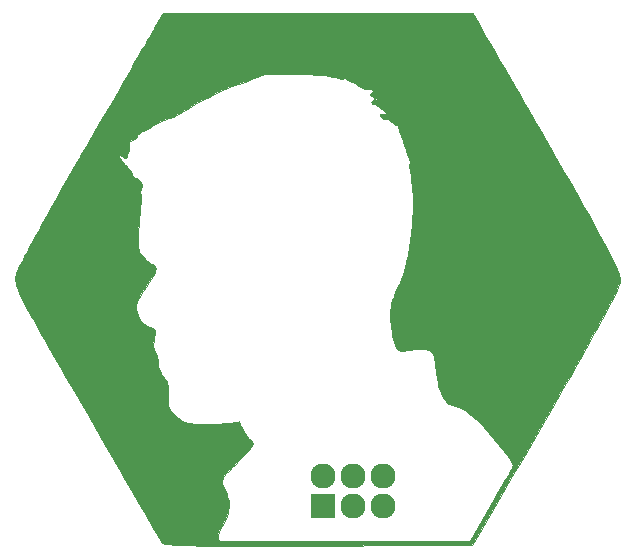
<source format=gbr>
G04 #@! TF.GenerationSoftware,KiCad,Pcbnew,(5.1.5)-3*
G04 #@! TF.CreationDate,2020-08-07T09:29:16-05:00*
G04 #@! TF.ProjectId,matt_damon,6d617474-5f64-4616-9d6f-6e2e6b696361,rev?*
G04 #@! TF.SameCoordinates,Original*
G04 #@! TF.FileFunction,Soldermask,Top*
G04 #@! TF.FilePolarity,Negative*
%FSLAX46Y46*%
G04 Gerber Fmt 4.6, Leading zero omitted, Abs format (unit mm)*
G04 Created by KiCad (PCBNEW (5.1.5)-3) date 2020-08-07 09:29:16*
%MOMM*%
%LPD*%
G04 APERTURE LIST*
%ADD10C,0.010000*%
%ADD11C,2.127200*%
%ADD12O,2.127200X2.127200*%
%ADD13R,2.127200X2.127200*%
G04 APERTURE END LIST*
D10*
G36*
X-899991Y35896916D02*
G01*
X230185Y35896751D01*
X1282838Y35896429D01*
X2260351Y35895940D01*
X3165104Y35895274D01*
X3999480Y35894424D01*
X4765860Y35893378D01*
X5466626Y35892128D01*
X6104159Y35890666D01*
X6680840Y35888980D01*
X7199051Y35887063D01*
X7661173Y35884905D01*
X8069589Y35882497D01*
X8426679Y35879829D01*
X8734825Y35876892D01*
X8996409Y35873677D01*
X9213811Y35870175D01*
X9389414Y35866377D01*
X9525600Y35862272D01*
X9624748Y35857852D01*
X9689242Y35853108D01*
X9721462Y35848031D01*
X9725982Y35845750D01*
X9752858Y35802191D01*
X9819404Y35690097D01*
X9922868Y35514204D01*
X10060499Y35279251D01*
X10229545Y34989974D01*
X10427255Y34651111D01*
X10650876Y34267398D01*
X10897657Y33843572D01*
X11164847Y33384372D01*
X11449692Y32894533D01*
X11749443Y32378794D01*
X12061347Y31841890D01*
X12382652Y31288560D01*
X12710607Y30723541D01*
X13042460Y30151569D01*
X13375460Y29577382D01*
X13706854Y29005717D01*
X14033891Y28441311D01*
X14353819Y27888901D01*
X14663887Y27353224D01*
X14961342Y26839018D01*
X15243434Y26351020D01*
X15507410Y25893966D01*
X15609257Y25717500D01*
X16281771Y24550417D01*
X16911701Y23453934D01*
X17500116Y22426102D01*
X18048086Y21464976D01*
X18556678Y20568609D01*
X19026963Y19735053D01*
X19460008Y18962363D01*
X19856884Y18248591D01*
X20218658Y17591791D01*
X20546400Y16990016D01*
X20841179Y16441318D01*
X21104064Y15943752D01*
X21336123Y15495371D01*
X21538426Y15094227D01*
X21712041Y14738374D01*
X21858038Y14425866D01*
X21977485Y14154755D01*
X22036378Y14012333D01*
X22110183Y13816494D01*
X22163260Y13638109D01*
X22193469Y13467601D01*
X22198668Y13295397D01*
X22176717Y13111920D01*
X22125474Y12907595D01*
X22042798Y12672846D01*
X21926549Y12398100D01*
X21774584Y12073780D01*
X21584763Y11690311D01*
X21463676Y11451166D01*
X21303299Y11139463D01*
X21122204Y10794103D01*
X20919396Y10413340D01*
X20693881Y9995430D01*
X20444663Y9538627D01*
X20170749Y9041186D01*
X19871144Y8501361D01*
X19544853Y7917408D01*
X19190882Y7287581D01*
X18808235Y6610136D01*
X18395918Y5883326D01*
X17952937Y5105407D01*
X17478297Y4274633D01*
X16971004Y3389260D01*
X16430062Y2447541D01*
X15854477Y1447733D01*
X15243255Y388089D01*
X14595400Y-733135D01*
X13909919Y-1917686D01*
X13185816Y-3167307D01*
X12422097Y-4483744D01*
X11617768Y-5868743D01*
X10771833Y-7324048D01*
X10350958Y-8047662D01*
X9720454Y-9131491D01*
X8723144Y-9158592D01*
X8555122Y-9162013D01*
X8308820Y-9165348D01*
X7988747Y-9168593D01*
X7599415Y-9171742D01*
X7145332Y-9174790D01*
X6631009Y-9177732D01*
X6060955Y-9180561D01*
X5439681Y-9183273D01*
X4771695Y-9185862D01*
X4061509Y-9188323D01*
X3313632Y-9190651D01*
X2532573Y-9192840D01*
X1722843Y-9194885D01*
X888952Y-9196780D01*
X35409Y-9198521D01*
X-833275Y-9200101D01*
X-1712591Y-9201515D01*
X-2598029Y-9202758D01*
X-3485079Y-9203826D01*
X-4369230Y-9204711D01*
X-5245975Y-9205409D01*
X-6110801Y-9205915D01*
X-6959200Y-9206223D01*
X-7786661Y-9206328D01*
X-8588675Y-9206224D01*
X-9360731Y-9205906D01*
X-10098321Y-9205369D01*
X-10796933Y-9204607D01*
X-11452059Y-9203616D01*
X-12059188Y-9202389D01*
X-12613810Y-9200921D01*
X-13111415Y-9199207D01*
X-13547494Y-9197241D01*
X-13917537Y-9195019D01*
X-14217033Y-9192535D01*
X-14441473Y-9189782D01*
X-14586347Y-9186757D01*
X-14599184Y-9186341D01*
X-15121648Y-9164769D01*
X-15563143Y-9139010D01*
X-15922880Y-9109139D01*
X-16200070Y-9075228D01*
X-16393927Y-9037350D01*
X-16467666Y-9013675D01*
X-16549652Y-8953615D01*
X-16643831Y-8847082D01*
X-16695753Y-8771506D01*
X-16767028Y-8653171D01*
X-16878167Y-8465479D01*
X-17026836Y-8212475D01*
X-17210700Y-7898203D01*
X-17427426Y-7526708D01*
X-17674677Y-7102033D01*
X-17950121Y-6628223D01*
X-18251421Y-6109322D01*
X-18576244Y-5549374D01*
X-18922255Y-4952424D01*
X-19287119Y-4322516D01*
X-19668502Y-3663695D01*
X-20064069Y-2980003D01*
X-20471485Y-2275487D01*
X-20888417Y-1554189D01*
X-21312529Y-820155D01*
X-21741487Y-77428D01*
X-22172956Y669947D01*
X-22604602Y1417925D01*
X-23034090Y2162464D01*
X-23459086Y2899518D01*
X-23877254Y3625043D01*
X-24286261Y4334994D01*
X-24683772Y5025329D01*
X-25067452Y5692001D01*
X-25434966Y6330968D01*
X-25783980Y6938184D01*
X-26112160Y7509606D01*
X-26417171Y8041189D01*
X-26696678Y8528888D01*
X-26948347Y8968661D01*
X-27169842Y9356462D01*
X-27358831Y9688247D01*
X-27512977Y9959971D01*
X-27629947Y10167592D01*
X-27672965Y10244666D01*
X-27985759Y10816389D01*
X-28252413Y11323083D01*
X-28474909Y11769380D01*
X-28655227Y12159915D01*
X-28795347Y12499322D01*
X-28897252Y12792232D01*
X-28962922Y13043279D01*
X-28994338Y13257097D01*
X-28997831Y13343370D01*
X-28991853Y13434915D01*
X-28972746Y13544512D01*
X-28939382Y13674235D01*
X-28890633Y13826160D01*
X-28825370Y14002361D01*
X-28742465Y14204914D01*
X-28640789Y14435892D01*
X-28519214Y14697371D01*
X-28376612Y14991426D01*
X-28211854Y15320132D01*
X-28023812Y15685564D01*
X-27811357Y16089796D01*
X-27573362Y16534903D01*
X-27308697Y17022960D01*
X-27016235Y17556043D01*
X-26694847Y18136225D01*
X-26343405Y18765582D01*
X-25960779Y19446189D01*
X-25545843Y20180120D01*
X-25097467Y20969451D01*
X-24614523Y21816256D01*
X-24095883Y22722610D01*
X-23540418Y23690588D01*
X-23388249Y23955141D01*
X-20270172Y23955141D01*
X-20232498Y23823782D01*
X-20189611Y23710925D01*
X-20118992Y23586252D01*
X-20012493Y23438619D01*
X-19861964Y23256885D01*
X-19659257Y23029908D01*
X-19622861Y22990198D01*
X-19424734Y22768595D01*
X-19283128Y22595055D01*
X-19191858Y22460745D01*
X-19144745Y22356833D01*
X-19134666Y22292706D01*
X-19101632Y22218985D01*
X-19069660Y22192828D01*
X-19012317Y22127800D01*
X-18971435Y22031974D01*
X-18938119Y21950766D01*
X-18876525Y21907549D01*
X-18758854Y21883182D01*
X-18754449Y21882580D01*
X-18565525Y21816375D01*
X-18413228Y21679286D01*
X-18306817Y21480550D01*
X-18286743Y21415998D01*
X-18261536Y21280795D01*
X-18274176Y21161238D01*
X-18310528Y21051376D01*
X-18364628Y20935448D01*
X-18419377Y20857214D01*
X-18440255Y20841740D01*
X-18475390Y20813401D01*
X-18454908Y20758455D01*
X-18435558Y20729618D01*
X-18402627Y20637524D01*
X-18383029Y20473230D01*
X-18376834Y20235218D01*
X-18384113Y19921970D01*
X-18404936Y19531969D01*
X-18439374Y19063696D01*
X-18487498Y18515633D01*
X-18549379Y17886264D01*
X-18582557Y17568333D01*
X-18614135Y17169153D01*
X-18624617Y16780908D01*
X-18614879Y16417414D01*
X-18585794Y16092488D01*
X-18538238Y15819946D01*
X-18473086Y15613603D01*
X-18456582Y15578666D01*
X-18387748Y15483544D01*
X-18263877Y15350315D01*
X-18098137Y15191042D01*
X-17903693Y15017789D01*
X-17693711Y14842617D01*
X-17481358Y14677589D01*
X-17438541Y14645970D01*
X-17282437Y14531230D01*
X-17182724Y14451900D01*
X-17127994Y14392676D01*
X-17106840Y14338255D01*
X-17107855Y14273335D01*
X-17115718Y14212911D01*
X-17139987Y14098949D01*
X-17187003Y13965719D01*
X-17261144Y13805164D01*
X-17366784Y13609227D01*
X-17508300Y13369853D01*
X-17690068Y13078985D01*
X-17916465Y12728566D01*
X-17948999Y12678833D01*
X-18163652Y12348456D01*
X-18335290Y12077198D01*
X-18469391Y11854774D01*
X-18571432Y11670898D01*
X-18646893Y11515286D01*
X-18701249Y11377653D01*
X-18739980Y11247714D01*
X-18761060Y11154180D01*
X-18781454Y10845265D01*
X-18725822Y10530734D01*
X-18601043Y10222131D01*
X-18414001Y9931003D01*
X-18171576Y9668896D01*
X-17880651Y9447354D01*
X-17676245Y9334137D01*
X-17524161Y9264550D01*
X-17396471Y9212580D01*
X-17316074Y9187381D01*
X-17306461Y9186333D01*
X-17242475Y9152422D01*
X-17187634Y9081063D01*
X-17167440Y9029427D01*
X-17158109Y8959987D01*
X-17160436Y8858775D01*
X-17175217Y8711824D01*
X-17203245Y8505168D01*
X-17231010Y8318574D01*
X-17330724Y7661356D01*
X-17232822Y7439595D01*
X-17122304Y7187691D01*
X-17041439Y6995320D01*
X-16985364Y6844703D01*
X-16949216Y6718063D01*
X-16928130Y6597620D01*
X-16917244Y6465598D01*
X-16911692Y6304216D01*
X-16910682Y6262074D01*
X-16902005Y6047445D01*
X-16882242Y5875078D01*
X-16843746Y5724312D01*
X-16778870Y5574485D01*
X-16679966Y5404936D01*
X-16539386Y5195003D01*
X-16488833Y5122333D01*
X-16354308Y4929506D01*
X-16251769Y4775061D01*
X-16177057Y4642960D01*
X-16126013Y4517164D01*
X-16094476Y4381636D01*
X-16078289Y4220336D01*
X-16073290Y4017228D01*
X-16075322Y3756271D01*
X-16078557Y3540319D01*
X-16091614Y2656804D01*
X-15976200Y2418485D01*
X-15813915Y2160107D01*
X-15584666Y1903019D01*
X-15305230Y1661023D01*
X-14992380Y1447917D01*
X-14662893Y1277502D01*
X-14520333Y1220806D01*
X-14446901Y1195173D01*
X-14377274Y1174409D01*
X-14301963Y1158013D01*
X-14211476Y1145486D01*
X-14096324Y1136325D01*
X-13947014Y1130032D01*
X-13754057Y1126104D01*
X-13507962Y1124042D01*
X-13199239Y1123345D01*
X-12818396Y1123512D01*
X-12678833Y1123667D01*
X-12262587Y1124524D01*
X-11919846Y1126366D01*
X-11639446Y1129703D01*
X-11410227Y1135045D01*
X-11221028Y1142900D01*
X-11060687Y1153778D01*
X-10918043Y1168190D01*
X-10781933Y1186645D01*
X-10641198Y1209652D01*
X-10587115Y1219171D01*
X-10388222Y1253740D01*
X-10222823Y1280794D01*
X-10106867Y1297849D01*
X-10056302Y1302419D01*
X-10055381Y1302004D01*
X-10036507Y1261219D01*
X-9991122Y1160759D01*
X-9927186Y1018281D01*
X-9888304Y931333D01*
X-9725134Y589152D01*
X-9566650Y309910D01*
X-9399821Y73753D01*
X-9211617Y-139170D01*
X-9137420Y-212709D01*
X-8850242Y-488918D01*
X-9069430Y-868876D01*
X-9135816Y-979689D01*
X-9205691Y-1084985D01*
X-9286537Y-1193176D01*
X-9385837Y-1312678D01*
X-9511071Y-1451902D01*
X-9669722Y-1619265D01*
X-9869272Y-1823178D01*
X-10117203Y-2072056D01*
X-10310772Y-2264834D01*
X-10627575Y-2582708D01*
X-10896609Y-2858889D01*
X-11114820Y-3090089D01*
X-11279152Y-3273020D01*
X-11386551Y-3404393D01*
X-11428120Y-3467541D01*
X-11487963Y-3625211D01*
X-11499538Y-3784524D01*
X-11460637Y-3964699D01*
X-11369047Y-4184958D01*
X-11338462Y-4246944D01*
X-11237351Y-4462926D01*
X-11151017Y-4676870D01*
X-11086967Y-4867721D01*
X-11052705Y-5014425D01*
X-11049000Y-5058983D01*
X-11021920Y-5158444D01*
X-10965590Y-5247884D01*
X-10912454Y-5315730D01*
X-10878089Y-5384799D01*
X-10861995Y-5470226D01*
X-10863672Y-5587149D01*
X-10882620Y-5750703D01*
X-10918341Y-5976024D01*
X-10937781Y-6090141D01*
X-11003235Y-6428297D01*
X-11076764Y-6707846D01*
X-11168185Y-6954830D01*
X-11287318Y-7195290D01*
X-11443980Y-7455269D01*
X-11464347Y-7486827D01*
X-11637886Y-7784510D01*
X-11747368Y-8048974D01*
X-11797961Y-8295753D01*
X-11799268Y-8493998D01*
X-11784122Y-8639362D01*
X-11765268Y-8752393D01*
X-11750180Y-8800998D01*
X-11721160Y-8806317D01*
X-11639710Y-8811217D01*
X-11503984Y-8815705D01*
X-11312138Y-8819786D01*
X-11062328Y-8823466D01*
X-10752710Y-8826753D01*
X-10381439Y-8829651D01*
X-9946671Y-8832169D01*
X-9446563Y-8834310D01*
X-8879269Y-8836083D01*
X-8242946Y-8837493D01*
X-7535748Y-8838547D01*
X-6755833Y-8839250D01*
X-5901355Y-8839610D01*
X-4970471Y-8839632D01*
X-3961336Y-8839322D01*
X-2872105Y-8838687D01*
X-1700936Y-8837734D01*
X-1111019Y-8837167D01*
X9499195Y-8826500D01*
X11216489Y-5863167D01*
X11486327Y-5396653D01*
X11746009Y-4945981D01*
X11992063Y-4517280D01*
X12221017Y-4116678D01*
X12429397Y-3750306D01*
X12613730Y-3424293D01*
X12770545Y-3144767D01*
X12896367Y-2917858D01*
X12987725Y-2749695D01*
X13041146Y-2646408D01*
X13050247Y-2626695D01*
X13166712Y-2353557D01*
X12968803Y-2055195D01*
X12621902Y-1554539D01*
X12235631Y-1036616D01*
X11820276Y-513094D01*
X11386125Y4356D01*
X10943465Y504067D01*
X10502582Y974367D01*
X10073764Y1403589D01*
X9667298Y1780063D01*
X9356850Y2042059D01*
X9052297Y2270034D01*
X8781783Y2436678D01*
X8530479Y2549799D01*
X8283557Y2617206D01*
X8255000Y2622341D01*
X7981110Y2679531D01*
X7766098Y2754175D01*
X7593977Y2859098D01*
X7448765Y3007123D01*
X7314477Y3211075D01*
X7175128Y3483779D01*
X7171362Y3491756D01*
X7032242Y3801905D01*
X6920686Y4089557D01*
X6831531Y4374588D01*
X6759616Y4676871D01*
X6699777Y5016279D01*
X6646853Y5412688D01*
X6626865Y5588000D01*
X6578942Y6005830D01*
X6533866Y6348069D01*
X6488504Y6623578D01*
X6439726Y6841222D01*
X6384401Y7009864D01*
X6319398Y7138366D01*
X6241584Y7235593D01*
X6147830Y7310407D01*
X6035004Y7371672D01*
X5989589Y7391915D01*
X5807960Y7439773D01*
X5551055Y7461543D01*
X5224114Y7457311D01*
X4832379Y7427163D01*
X4381092Y7371187D01*
X4335727Y7364590D01*
X4077058Y7327407D01*
X3886735Y7303079D01*
X3749530Y7290911D01*
X3650215Y7290207D01*
X3573559Y7300274D01*
X3504334Y7320415D01*
X3489060Y7325955D01*
X3387180Y7380155D01*
X3298480Y7467283D01*
X3219082Y7596303D01*
X3145109Y7776177D01*
X3072682Y8015868D01*
X2997924Y8324339D01*
X2940557Y8593666D01*
X2872429Y8946092D01*
X2824107Y9248615D01*
X2791600Y9532590D01*
X2770919Y9829368D01*
X2764282Y9978698D01*
X2756690Y10340186D01*
X2766010Y10662106D01*
X2795939Y10960725D01*
X2850178Y11252308D01*
X2932426Y11553123D01*
X3046382Y11879435D01*
X3195747Y12247512D01*
X3370129Y12642561D01*
X3541703Y13030264D01*
X3681171Y13369276D01*
X3797195Y13685111D01*
X3898435Y14003285D01*
X3993553Y14349312D01*
X4091211Y14748706D01*
X4104640Y14806285D01*
X4238367Y15417525D01*
X4351148Y16014267D01*
X4445395Y16614570D01*
X4523525Y17236492D01*
X4587951Y17898094D01*
X4641089Y18617434D01*
X4662917Y18981803D01*
X4687651Y19710052D01*
X4675448Y20397722D01*
X4624582Y21081234D01*
X4533329Y21797005D01*
X4527879Y21832963D01*
X4474102Y22185626D01*
X4432170Y22464078D01*
X4401289Y22677829D01*
X4380666Y22836385D01*
X4369506Y22949256D01*
X4367018Y23025948D01*
X4372408Y23075970D01*
X4384882Y23108830D01*
X4403647Y23134036D01*
X4418000Y23149888D01*
X4461949Y23207956D01*
X4464148Y23262598D01*
X4423179Y23347784D01*
X4408666Y23373239D01*
X4334223Y23529206D01*
X4253424Y23742111D01*
X4175419Y23985657D01*
X4109354Y24233546D01*
X4109291Y24233815D01*
X4075073Y24348063D01*
X4014626Y24519876D01*
X3935420Y24729147D01*
X3844923Y24955769D01*
X3808001Y25044944D01*
X3715090Y25274542D01*
X3630961Y25496467D01*
X3563062Y25690047D01*
X3518842Y25834613D01*
X3509783Y25872462D01*
X3476771Y26033909D01*
X3445639Y26187574D01*
X3433791Y26246666D01*
X3405777Y26345404D01*
X3360318Y26382110D01*
X3288776Y26381107D01*
X3219554Y26385827D01*
X3140648Y26423202D01*
X3036494Y26503259D01*
X2891530Y26636021D01*
X2888389Y26639014D01*
X2751607Y26766899D01*
X2655905Y26845583D01*
X2582386Y26885626D01*
X2512155Y26897589D01*
X2434167Y26892867D01*
X2312983Y26892174D01*
X2206119Y26927851D01*
X2082313Y27007529D01*
X1971635Y27097115D01*
X1920193Y27169882D01*
X1912374Y27248579D01*
X1912979Y27254235D01*
X1922787Y27311656D01*
X1947969Y27345335D01*
X2006835Y27361159D01*
X2117695Y27365014D01*
X2252800Y27363489D01*
X2579433Y27358477D01*
X2252800Y27590406D01*
X2072997Y27719839D01*
X1886022Y27857280D01*
X1725661Y27977827D01*
X1691636Y28003996D01*
X1547699Y28106941D01*
X1443369Y28158119D01*
X1359285Y28166521D01*
X1346133Y28164443D01*
X1248256Y28168045D01*
X1184845Y28237247D01*
X1184762Y28237401D01*
X1158155Y28317814D01*
X1184577Y28395647D01*
X1216970Y28442703D01*
X1307369Y28529616D01*
X1420495Y28567211D01*
X1567425Y28554654D01*
X1759239Y28491112D01*
X1989588Y28384539D01*
X2155752Y28304314D01*
X2295202Y28242985D01*
X2390002Y28208099D01*
X2420077Y28203414D01*
X2409118Y28228179D01*
X2335902Y28280558D01*
X2215066Y28352724D01*
X2061246Y28436850D01*
X1889078Y28525107D01*
X1713197Y28609670D01*
X1548239Y28682710D01*
X1453010Y28720598D01*
X1300002Y28782830D01*
X1175950Y28842620D01*
X1104724Y28888304D01*
X1100264Y28892985D01*
X1063271Y28991216D01*
X1107560Y29092090D01*
X1228026Y29187688D01*
X1375834Y29273500D01*
X1289860Y29358166D01*
X1221054Y29407983D01*
X1129101Y29430359D01*
X985984Y29431362D01*
X958005Y29430025D01*
X802477Y29434848D01*
X640555Y29469433D01*
X458087Y29539411D01*
X240919Y29650413D01*
X-25103Y29808070D01*
X-83053Y29844213D01*
X-240607Y29935534D01*
X-394068Y30011985D01*
X-511020Y30057464D01*
X-513920Y30058261D01*
X-637147Y30106160D01*
X-788188Y30184738D01*
X-889553Y30247539D01*
X-1018338Y30328526D01*
X-1103415Y30363664D01*
X-1166975Y30360265D01*
X-1194577Y30348053D01*
X-1296909Y30322369D01*
X-1450805Y30330903D01*
X-1664336Y30374809D01*
X-1945568Y30455242D01*
X-1947333Y30455792D01*
X-2138720Y30506056D01*
X-2373489Y30554106D01*
X-2610559Y30591871D01*
X-2688166Y30601352D01*
X-3072686Y30638060D01*
X-3515849Y30671012D01*
X-4001908Y30699733D01*
X-4515115Y30723746D01*
X-5039722Y30742576D01*
X-5559984Y30755747D01*
X-6060151Y30762782D01*
X-6524477Y30763206D01*
X-6937214Y30756543D01*
X-7282615Y30742317D01*
X-7305673Y30740912D01*
X-7564313Y30723909D01*
X-7758373Y30707525D01*
X-7907820Y30687845D01*
X-8032618Y30660949D01*
X-8152733Y30622920D01*
X-8288130Y30569839D01*
X-8385173Y30529066D01*
X-8557683Y30459041D01*
X-8788398Y30369925D01*
X-9055385Y30269951D01*
X-9336711Y30167350D01*
X-9567333Y30085410D01*
X-10667005Y29677309D01*
X-11685658Y29251777D01*
X-12625326Y28807843D01*
X-13488042Y28344533D01*
X-14275839Y27860876D01*
X-14422100Y27763300D01*
X-15014188Y27407345D01*
X-15666937Y27097847D01*
X-16002000Y26966294D01*
X-16418560Y26802914D01*
X-16805661Y26631012D01*
X-17142434Y26460194D01*
X-17304037Y26366897D01*
X-17464589Y26273244D01*
X-17666843Y26161677D01*
X-17876252Y26051083D01*
X-17956048Y26010461D01*
X-18250397Y25856923D01*
X-18466074Y25731383D01*
X-18604075Y25633189D01*
X-18665402Y25561688D01*
X-18669000Y25544902D01*
X-18706269Y25451026D01*
X-18809222Y25338921D01*
X-18964576Y25220901D01*
X-19113771Y25132560D01*
X-19367500Y24997833D01*
X-19379521Y24542211D01*
X-19387195Y24332915D01*
X-19398846Y24192696D01*
X-19417126Y24105977D01*
X-19444690Y24057178D01*
X-19464922Y24040762D01*
X-19515493Y23978472D01*
X-19525490Y23867003D01*
X-19522932Y23833773D01*
X-19520858Y23722925D01*
X-19549856Y23666692D01*
X-19596281Y23644452D01*
X-19706528Y23632794D01*
X-19833899Y23669790D01*
X-19994894Y23761339D01*
X-20072836Y23814864D01*
X-20270172Y23955141D01*
X-23388249Y23955141D01*
X-22947001Y24722265D01*
X-22314502Y25819716D01*
X-21641793Y26985016D01*
X-20927746Y28220239D01*
X-20587789Y28807833D01*
X-20241227Y29406718D01*
X-19895573Y30004066D01*
X-19554434Y30593642D01*
X-19221418Y31169211D01*
X-18900129Y31724539D01*
X-18594176Y32253392D01*
X-18307165Y32749535D01*
X-18042702Y33206733D01*
X-17804394Y33618752D01*
X-17595847Y33979358D01*
X-17420669Y34282315D01*
X-17282466Y34521390D01*
X-17227662Y34616226D01*
X-16488833Y35894953D01*
X-3402433Y35896810D01*
X-2110069Y35896932D01*
X-899991Y35896916D01*
G37*
X-899991Y35896916D02*
X230185Y35896751D01*
X1282838Y35896429D01*
X2260351Y35895940D01*
X3165104Y35895274D01*
X3999480Y35894424D01*
X4765860Y35893378D01*
X5466626Y35892128D01*
X6104159Y35890666D01*
X6680840Y35888980D01*
X7199051Y35887063D01*
X7661173Y35884905D01*
X8069589Y35882497D01*
X8426679Y35879829D01*
X8734825Y35876892D01*
X8996409Y35873677D01*
X9213811Y35870175D01*
X9389414Y35866377D01*
X9525600Y35862272D01*
X9624748Y35857852D01*
X9689242Y35853108D01*
X9721462Y35848031D01*
X9725982Y35845750D01*
X9752858Y35802191D01*
X9819404Y35690097D01*
X9922868Y35514204D01*
X10060499Y35279251D01*
X10229545Y34989974D01*
X10427255Y34651111D01*
X10650876Y34267398D01*
X10897657Y33843572D01*
X11164847Y33384372D01*
X11449692Y32894533D01*
X11749443Y32378794D01*
X12061347Y31841890D01*
X12382652Y31288560D01*
X12710607Y30723541D01*
X13042460Y30151569D01*
X13375460Y29577382D01*
X13706854Y29005717D01*
X14033891Y28441311D01*
X14353819Y27888901D01*
X14663887Y27353224D01*
X14961342Y26839018D01*
X15243434Y26351020D01*
X15507410Y25893966D01*
X15609257Y25717500D01*
X16281771Y24550417D01*
X16911701Y23453934D01*
X17500116Y22426102D01*
X18048086Y21464976D01*
X18556678Y20568609D01*
X19026963Y19735053D01*
X19460008Y18962363D01*
X19856884Y18248591D01*
X20218658Y17591791D01*
X20546400Y16990016D01*
X20841179Y16441318D01*
X21104064Y15943752D01*
X21336123Y15495371D01*
X21538426Y15094227D01*
X21712041Y14738374D01*
X21858038Y14425866D01*
X21977485Y14154755D01*
X22036378Y14012333D01*
X22110183Y13816494D01*
X22163260Y13638109D01*
X22193469Y13467601D01*
X22198668Y13295397D01*
X22176717Y13111920D01*
X22125474Y12907595D01*
X22042798Y12672846D01*
X21926549Y12398100D01*
X21774584Y12073780D01*
X21584763Y11690311D01*
X21463676Y11451166D01*
X21303299Y11139463D01*
X21122204Y10794103D01*
X20919396Y10413340D01*
X20693881Y9995430D01*
X20444663Y9538627D01*
X20170749Y9041186D01*
X19871144Y8501361D01*
X19544853Y7917408D01*
X19190882Y7287581D01*
X18808235Y6610136D01*
X18395918Y5883326D01*
X17952937Y5105407D01*
X17478297Y4274633D01*
X16971004Y3389260D01*
X16430062Y2447541D01*
X15854477Y1447733D01*
X15243255Y388089D01*
X14595400Y-733135D01*
X13909919Y-1917686D01*
X13185816Y-3167307D01*
X12422097Y-4483744D01*
X11617768Y-5868743D01*
X10771833Y-7324048D01*
X10350958Y-8047662D01*
X9720454Y-9131491D01*
X8723144Y-9158592D01*
X8555122Y-9162013D01*
X8308820Y-9165348D01*
X7988747Y-9168593D01*
X7599415Y-9171742D01*
X7145332Y-9174790D01*
X6631009Y-9177732D01*
X6060955Y-9180561D01*
X5439681Y-9183273D01*
X4771695Y-9185862D01*
X4061509Y-9188323D01*
X3313632Y-9190651D01*
X2532573Y-9192840D01*
X1722843Y-9194885D01*
X888952Y-9196780D01*
X35409Y-9198521D01*
X-833275Y-9200101D01*
X-1712591Y-9201515D01*
X-2598029Y-9202758D01*
X-3485079Y-9203826D01*
X-4369230Y-9204711D01*
X-5245975Y-9205409D01*
X-6110801Y-9205915D01*
X-6959200Y-9206223D01*
X-7786661Y-9206328D01*
X-8588675Y-9206224D01*
X-9360731Y-9205906D01*
X-10098321Y-9205369D01*
X-10796933Y-9204607D01*
X-11452059Y-9203616D01*
X-12059188Y-9202389D01*
X-12613810Y-9200921D01*
X-13111415Y-9199207D01*
X-13547494Y-9197241D01*
X-13917537Y-9195019D01*
X-14217033Y-9192535D01*
X-14441473Y-9189782D01*
X-14586347Y-9186757D01*
X-14599184Y-9186341D01*
X-15121648Y-9164769D01*
X-15563143Y-9139010D01*
X-15922880Y-9109139D01*
X-16200070Y-9075228D01*
X-16393927Y-9037350D01*
X-16467666Y-9013675D01*
X-16549652Y-8953615D01*
X-16643831Y-8847082D01*
X-16695753Y-8771506D01*
X-16767028Y-8653171D01*
X-16878167Y-8465479D01*
X-17026836Y-8212475D01*
X-17210700Y-7898203D01*
X-17427426Y-7526708D01*
X-17674677Y-7102033D01*
X-17950121Y-6628223D01*
X-18251421Y-6109322D01*
X-18576244Y-5549374D01*
X-18922255Y-4952424D01*
X-19287119Y-4322516D01*
X-19668502Y-3663695D01*
X-20064069Y-2980003D01*
X-20471485Y-2275487D01*
X-20888417Y-1554189D01*
X-21312529Y-820155D01*
X-21741487Y-77428D01*
X-22172956Y669947D01*
X-22604602Y1417925D01*
X-23034090Y2162464D01*
X-23459086Y2899518D01*
X-23877254Y3625043D01*
X-24286261Y4334994D01*
X-24683772Y5025329D01*
X-25067452Y5692001D01*
X-25434966Y6330968D01*
X-25783980Y6938184D01*
X-26112160Y7509606D01*
X-26417171Y8041189D01*
X-26696678Y8528888D01*
X-26948347Y8968661D01*
X-27169842Y9356462D01*
X-27358831Y9688247D01*
X-27512977Y9959971D01*
X-27629947Y10167592D01*
X-27672965Y10244666D01*
X-27985759Y10816389D01*
X-28252413Y11323083D01*
X-28474909Y11769380D01*
X-28655227Y12159915D01*
X-28795347Y12499322D01*
X-28897252Y12792232D01*
X-28962922Y13043279D01*
X-28994338Y13257097D01*
X-28997831Y13343370D01*
X-28991853Y13434915D01*
X-28972746Y13544512D01*
X-28939382Y13674235D01*
X-28890633Y13826160D01*
X-28825370Y14002361D01*
X-28742465Y14204914D01*
X-28640789Y14435892D01*
X-28519214Y14697371D01*
X-28376612Y14991426D01*
X-28211854Y15320132D01*
X-28023812Y15685564D01*
X-27811357Y16089796D01*
X-27573362Y16534903D01*
X-27308697Y17022960D01*
X-27016235Y17556043D01*
X-26694847Y18136225D01*
X-26343405Y18765582D01*
X-25960779Y19446189D01*
X-25545843Y20180120D01*
X-25097467Y20969451D01*
X-24614523Y21816256D01*
X-24095883Y22722610D01*
X-23540418Y23690588D01*
X-23388249Y23955141D01*
X-20270172Y23955141D01*
X-20232498Y23823782D01*
X-20189611Y23710925D01*
X-20118992Y23586252D01*
X-20012493Y23438619D01*
X-19861964Y23256885D01*
X-19659257Y23029908D01*
X-19622861Y22990198D01*
X-19424734Y22768595D01*
X-19283128Y22595055D01*
X-19191858Y22460745D01*
X-19144745Y22356833D01*
X-19134666Y22292706D01*
X-19101632Y22218985D01*
X-19069660Y22192828D01*
X-19012317Y22127800D01*
X-18971435Y22031974D01*
X-18938119Y21950766D01*
X-18876525Y21907549D01*
X-18758854Y21883182D01*
X-18754449Y21882580D01*
X-18565525Y21816375D01*
X-18413228Y21679286D01*
X-18306817Y21480550D01*
X-18286743Y21415998D01*
X-18261536Y21280795D01*
X-18274176Y21161238D01*
X-18310528Y21051376D01*
X-18364628Y20935448D01*
X-18419377Y20857214D01*
X-18440255Y20841740D01*
X-18475390Y20813401D01*
X-18454908Y20758455D01*
X-18435558Y20729618D01*
X-18402627Y20637524D01*
X-18383029Y20473230D01*
X-18376834Y20235218D01*
X-18384113Y19921970D01*
X-18404936Y19531969D01*
X-18439374Y19063696D01*
X-18487498Y18515633D01*
X-18549379Y17886264D01*
X-18582557Y17568333D01*
X-18614135Y17169153D01*
X-18624617Y16780908D01*
X-18614879Y16417414D01*
X-18585794Y16092488D01*
X-18538238Y15819946D01*
X-18473086Y15613603D01*
X-18456582Y15578666D01*
X-18387748Y15483544D01*
X-18263877Y15350315D01*
X-18098137Y15191042D01*
X-17903693Y15017789D01*
X-17693711Y14842617D01*
X-17481358Y14677589D01*
X-17438541Y14645970D01*
X-17282437Y14531230D01*
X-17182724Y14451900D01*
X-17127994Y14392676D01*
X-17106840Y14338255D01*
X-17107855Y14273335D01*
X-17115718Y14212911D01*
X-17139987Y14098949D01*
X-17187003Y13965719D01*
X-17261144Y13805164D01*
X-17366784Y13609227D01*
X-17508300Y13369853D01*
X-17690068Y13078985D01*
X-17916465Y12728566D01*
X-17948999Y12678833D01*
X-18163652Y12348456D01*
X-18335290Y12077198D01*
X-18469391Y11854774D01*
X-18571432Y11670898D01*
X-18646893Y11515286D01*
X-18701249Y11377653D01*
X-18739980Y11247714D01*
X-18761060Y11154180D01*
X-18781454Y10845265D01*
X-18725822Y10530734D01*
X-18601043Y10222131D01*
X-18414001Y9931003D01*
X-18171576Y9668896D01*
X-17880651Y9447354D01*
X-17676245Y9334137D01*
X-17524161Y9264550D01*
X-17396471Y9212580D01*
X-17316074Y9187381D01*
X-17306461Y9186333D01*
X-17242475Y9152422D01*
X-17187634Y9081063D01*
X-17167440Y9029427D01*
X-17158109Y8959987D01*
X-17160436Y8858775D01*
X-17175217Y8711824D01*
X-17203245Y8505168D01*
X-17231010Y8318574D01*
X-17330724Y7661356D01*
X-17232822Y7439595D01*
X-17122304Y7187691D01*
X-17041439Y6995320D01*
X-16985364Y6844703D01*
X-16949216Y6718063D01*
X-16928130Y6597620D01*
X-16917244Y6465598D01*
X-16911692Y6304216D01*
X-16910682Y6262074D01*
X-16902005Y6047445D01*
X-16882242Y5875078D01*
X-16843746Y5724312D01*
X-16778870Y5574485D01*
X-16679966Y5404936D01*
X-16539386Y5195003D01*
X-16488833Y5122333D01*
X-16354308Y4929506D01*
X-16251769Y4775061D01*
X-16177057Y4642960D01*
X-16126013Y4517164D01*
X-16094476Y4381636D01*
X-16078289Y4220336D01*
X-16073290Y4017228D01*
X-16075322Y3756271D01*
X-16078557Y3540319D01*
X-16091614Y2656804D01*
X-15976200Y2418485D01*
X-15813915Y2160107D01*
X-15584666Y1903019D01*
X-15305230Y1661023D01*
X-14992380Y1447917D01*
X-14662893Y1277502D01*
X-14520333Y1220806D01*
X-14446901Y1195173D01*
X-14377274Y1174409D01*
X-14301963Y1158013D01*
X-14211476Y1145486D01*
X-14096324Y1136325D01*
X-13947014Y1130032D01*
X-13754057Y1126104D01*
X-13507962Y1124042D01*
X-13199239Y1123345D01*
X-12818396Y1123512D01*
X-12678833Y1123667D01*
X-12262587Y1124524D01*
X-11919846Y1126366D01*
X-11639446Y1129703D01*
X-11410227Y1135045D01*
X-11221028Y1142900D01*
X-11060687Y1153778D01*
X-10918043Y1168190D01*
X-10781933Y1186645D01*
X-10641198Y1209652D01*
X-10587115Y1219171D01*
X-10388222Y1253740D01*
X-10222823Y1280794D01*
X-10106867Y1297849D01*
X-10056302Y1302419D01*
X-10055381Y1302004D01*
X-10036507Y1261219D01*
X-9991122Y1160759D01*
X-9927186Y1018281D01*
X-9888304Y931333D01*
X-9725134Y589152D01*
X-9566650Y309910D01*
X-9399821Y73753D01*
X-9211617Y-139170D01*
X-9137420Y-212709D01*
X-8850242Y-488918D01*
X-9069430Y-868876D01*
X-9135816Y-979689D01*
X-9205691Y-1084985D01*
X-9286537Y-1193176D01*
X-9385837Y-1312678D01*
X-9511071Y-1451902D01*
X-9669722Y-1619265D01*
X-9869272Y-1823178D01*
X-10117203Y-2072056D01*
X-10310772Y-2264834D01*
X-10627575Y-2582708D01*
X-10896609Y-2858889D01*
X-11114820Y-3090089D01*
X-11279152Y-3273020D01*
X-11386551Y-3404393D01*
X-11428120Y-3467541D01*
X-11487963Y-3625211D01*
X-11499538Y-3784524D01*
X-11460637Y-3964699D01*
X-11369047Y-4184958D01*
X-11338462Y-4246944D01*
X-11237351Y-4462926D01*
X-11151017Y-4676870D01*
X-11086967Y-4867721D01*
X-11052705Y-5014425D01*
X-11049000Y-5058983D01*
X-11021920Y-5158444D01*
X-10965590Y-5247884D01*
X-10912454Y-5315730D01*
X-10878089Y-5384799D01*
X-10861995Y-5470226D01*
X-10863672Y-5587149D01*
X-10882620Y-5750703D01*
X-10918341Y-5976024D01*
X-10937781Y-6090141D01*
X-11003235Y-6428297D01*
X-11076764Y-6707846D01*
X-11168185Y-6954830D01*
X-11287318Y-7195290D01*
X-11443980Y-7455269D01*
X-11464347Y-7486827D01*
X-11637886Y-7784510D01*
X-11747368Y-8048974D01*
X-11797961Y-8295753D01*
X-11799268Y-8493998D01*
X-11784122Y-8639362D01*
X-11765268Y-8752393D01*
X-11750180Y-8800998D01*
X-11721160Y-8806317D01*
X-11639710Y-8811217D01*
X-11503984Y-8815705D01*
X-11312138Y-8819786D01*
X-11062328Y-8823466D01*
X-10752710Y-8826753D01*
X-10381439Y-8829651D01*
X-9946671Y-8832169D01*
X-9446563Y-8834310D01*
X-8879269Y-8836083D01*
X-8242946Y-8837493D01*
X-7535748Y-8838547D01*
X-6755833Y-8839250D01*
X-5901355Y-8839610D01*
X-4970471Y-8839632D01*
X-3961336Y-8839322D01*
X-2872105Y-8838687D01*
X-1700936Y-8837734D01*
X-1111019Y-8837167D01*
X9499195Y-8826500D01*
X11216489Y-5863167D01*
X11486327Y-5396653D01*
X11746009Y-4945981D01*
X11992063Y-4517280D01*
X12221017Y-4116678D01*
X12429397Y-3750306D01*
X12613730Y-3424293D01*
X12770545Y-3144767D01*
X12896367Y-2917858D01*
X12987725Y-2749695D01*
X13041146Y-2646408D01*
X13050247Y-2626695D01*
X13166712Y-2353557D01*
X12968803Y-2055195D01*
X12621902Y-1554539D01*
X12235631Y-1036616D01*
X11820276Y-513094D01*
X11386125Y4356D01*
X10943465Y504067D01*
X10502582Y974367D01*
X10073764Y1403589D01*
X9667298Y1780063D01*
X9356850Y2042059D01*
X9052297Y2270034D01*
X8781783Y2436678D01*
X8530479Y2549799D01*
X8283557Y2617206D01*
X8255000Y2622341D01*
X7981110Y2679531D01*
X7766098Y2754175D01*
X7593977Y2859098D01*
X7448765Y3007123D01*
X7314477Y3211075D01*
X7175128Y3483779D01*
X7171362Y3491756D01*
X7032242Y3801905D01*
X6920686Y4089557D01*
X6831531Y4374588D01*
X6759616Y4676871D01*
X6699777Y5016279D01*
X6646853Y5412688D01*
X6626865Y5588000D01*
X6578942Y6005830D01*
X6533866Y6348069D01*
X6488504Y6623578D01*
X6439726Y6841222D01*
X6384401Y7009864D01*
X6319398Y7138366D01*
X6241584Y7235593D01*
X6147830Y7310407D01*
X6035004Y7371672D01*
X5989589Y7391915D01*
X5807960Y7439773D01*
X5551055Y7461543D01*
X5224114Y7457311D01*
X4832379Y7427163D01*
X4381092Y7371187D01*
X4335727Y7364590D01*
X4077058Y7327407D01*
X3886735Y7303079D01*
X3749530Y7290911D01*
X3650215Y7290207D01*
X3573559Y7300274D01*
X3504334Y7320415D01*
X3489060Y7325955D01*
X3387180Y7380155D01*
X3298480Y7467283D01*
X3219082Y7596303D01*
X3145109Y7776177D01*
X3072682Y8015868D01*
X2997924Y8324339D01*
X2940557Y8593666D01*
X2872429Y8946092D01*
X2824107Y9248615D01*
X2791600Y9532590D01*
X2770919Y9829368D01*
X2764282Y9978698D01*
X2756690Y10340186D01*
X2766010Y10662106D01*
X2795939Y10960725D01*
X2850178Y11252308D01*
X2932426Y11553123D01*
X3046382Y11879435D01*
X3195747Y12247512D01*
X3370129Y12642561D01*
X3541703Y13030264D01*
X3681171Y13369276D01*
X3797195Y13685111D01*
X3898435Y14003285D01*
X3993553Y14349312D01*
X4091211Y14748706D01*
X4104640Y14806285D01*
X4238367Y15417525D01*
X4351148Y16014267D01*
X4445395Y16614570D01*
X4523525Y17236492D01*
X4587951Y17898094D01*
X4641089Y18617434D01*
X4662917Y18981803D01*
X4687651Y19710052D01*
X4675448Y20397722D01*
X4624582Y21081234D01*
X4533329Y21797005D01*
X4527879Y21832963D01*
X4474102Y22185626D01*
X4432170Y22464078D01*
X4401289Y22677829D01*
X4380666Y22836385D01*
X4369506Y22949256D01*
X4367018Y23025948D01*
X4372408Y23075970D01*
X4384882Y23108830D01*
X4403647Y23134036D01*
X4418000Y23149888D01*
X4461949Y23207956D01*
X4464148Y23262598D01*
X4423179Y23347784D01*
X4408666Y23373239D01*
X4334223Y23529206D01*
X4253424Y23742111D01*
X4175419Y23985657D01*
X4109354Y24233546D01*
X4109291Y24233815D01*
X4075073Y24348063D01*
X4014626Y24519876D01*
X3935420Y24729147D01*
X3844923Y24955769D01*
X3808001Y25044944D01*
X3715090Y25274542D01*
X3630961Y25496467D01*
X3563062Y25690047D01*
X3518842Y25834613D01*
X3509783Y25872462D01*
X3476771Y26033909D01*
X3445639Y26187574D01*
X3433791Y26246666D01*
X3405777Y26345404D01*
X3360318Y26382110D01*
X3288776Y26381107D01*
X3219554Y26385827D01*
X3140648Y26423202D01*
X3036494Y26503259D01*
X2891530Y26636021D01*
X2888389Y26639014D01*
X2751607Y26766899D01*
X2655905Y26845583D01*
X2582386Y26885626D01*
X2512155Y26897589D01*
X2434167Y26892867D01*
X2312983Y26892174D01*
X2206119Y26927851D01*
X2082313Y27007529D01*
X1971635Y27097115D01*
X1920193Y27169882D01*
X1912374Y27248579D01*
X1912979Y27254235D01*
X1922787Y27311656D01*
X1947969Y27345335D01*
X2006835Y27361159D01*
X2117695Y27365014D01*
X2252800Y27363489D01*
X2579433Y27358477D01*
X2252800Y27590406D01*
X2072997Y27719839D01*
X1886022Y27857280D01*
X1725661Y27977827D01*
X1691636Y28003996D01*
X1547699Y28106941D01*
X1443369Y28158119D01*
X1359285Y28166521D01*
X1346133Y28164443D01*
X1248256Y28168045D01*
X1184845Y28237247D01*
X1184762Y28237401D01*
X1158155Y28317814D01*
X1184577Y28395647D01*
X1216970Y28442703D01*
X1307369Y28529616D01*
X1420495Y28567211D01*
X1567425Y28554654D01*
X1759239Y28491112D01*
X1989588Y28384539D01*
X2155752Y28304314D01*
X2295202Y28242985D01*
X2390002Y28208099D01*
X2420077Y28203414D01*
X2409118Y28228179D01*
X2335902Y28280558D01*
X2215066Y28352724D01*
X2061246Y28436850D01*
X1889078Y28525107D01*
X1713197Y28609670D01*
X1548239Y28682710D01*
X1453010Y28720598D01*
X1300002Y28782830D01*
X1175950Y28842620D01*
X1104724Y28888304D01*
X1100264Y28892985D01*
X1063271Y28991216D01*
X1107560Y29092090D01*
X1228026Y29187688D01*
X1375834Y29273500D01*
X1289860Y29358166D01*
X1221054Y29407983D01*
X1129101Y29430359D01*
X985984Y29431362D01*
X958005Y29430025D01*
X802477Y29434848D01*
X640555Y29469433D01*
X458087Y29539411D01*
X240919Y29650413D01*
X-25103Y29808070D01*
X-83053Y29844213D01*
X-240607Y29935534D01*
X-394068Y30011985D01*
X-511020Y30057464D01*
X-513920Y30058261D01*
X-637147Y30106160D01*
X-788188Y30184738D01*
X-889553Y30247539D01*
X-1018338Y30328526D01*
X-1103415Y30363664D01*
X-1166975Y30360265D01*
X-1194577Y30348053D01*
X-1296909Y30322369D01*
X-1450805Y30330903D01*
X-1664336Y30374809D01*
X-1945568Y30455242D01*
X-1947333Y30455792D01*
X-2138720Y30506056D01*
X-2373489Y30554106D01*
X-2610559Y30591871D01*
X-2688166Y30601352D01*
X-3072686Y30638060D01*
X-3515849Y30671012D01*
X-4001908Y30699733D01*
X-4515115Y30723746D01*
X-5039722Y30742576D01*
X-5559984Y30755747D01*
X-6060151Y30762782D01*
X-6524477Y30763206D01*
X-6937214Y30756543D01*
X-7282615Y30742317D01*
X-7305673Y30740912D01*
X-7564313Y30723909D01*
X-7758373Y30707525D01*
X-7907820Y30687845D01*
X-8032618Y30660949D01*
X-8152733Y30622920D01*
X-8288130Y30569839D01*
X-8385173Y30529066D01*
X-8557683Y30459041D01*
X-8788398Y30369925D01*
X-9055385Y30269951D01*
X-9336711Y30167350D01*
X-9567333Y30085410D01*
X-10667005Y29677309D01*
X-11685658Y29251777D01*
X-12625326Y28807843D01*
X-13488042Y28344533D01*
X-14275839Y27860876D01*
X-14422100Y27763300D01*
X-15014188Y27407345D01*
X-15666937Y27097847D01*
X-16002000Y26966294D01*
X-16418560Y26802914D01*
X-16805661Y26631012D01*
X-17142434Y26460194D01*
X-17304037Y26366897D01*
X-17464589Y26273244D01*
X-17666843Y26161677D01*
X-17876252Y26051083D01*
X-17956048Y26010461D01*
X-18250397Y25856923D01*
X-18466074Y25731383D01*
X-18604075Y25633189D01*
X-18665402Y25561688D01*
X-18669000Y25544902D01*
X-18706269Y25451026D01*
X-18809222Y25338921D01*
X-18964576Y25220901D01*
X-19113771Y25132560D01*
X-19367500Y24997833D01*
X-19379521Y24542211D01*
X-19387195Y24332915D01*
X-19398846Y24192696D01*
X-19417126Y24105977D01*
X-19444690Y24057178D01*
X-19464922Y24040762D01*
X-19515493Y23978472D01*
X-19525490Y23867003D01*
X-19522932Y23833773D01*
X-19520858Y23722925D01*
X-19549856Y23666692D01*
X-19596281Y23644452D01*
X-19706528Y23632794D01*
X-19833899Y23669790D01*
X-19994894Y23761339D01*
X-20072836Y23814864D01*
X-20270172Y23955141D01*
X-23388249Y23955141D01*
X-22947001Y24722265D01*
X-22314502Y25819716D01*
X-21641793Y26985016D01*
X-20927746Y28220239D01*
X-20587789Y28807833D01*
X-20241227Y29406718D01*
X-19895573Y30004066D01*
X-19554434Y30593642D01*
X-19221418Y31169211D01*
X-18900129Y31724539D01*
X-18594176Y32253392D01*
X-18307165Y32749535D01*
X-18042702Y33206733D01*
X-17804394Y33618752D01*
X-17595847Y33979358D01*
X-17420669Y34282315D01*
X-17282466Y34521390D01*
X-17227662Y34616226D01*
X-16488833Y35894953D01*
X-3402433Y35896810D01*
X-2110069Y35896932D01*
X-899991Y35896916D01*
D11*
X2146300Y-3289300D03*
X2146300Y-5829300D03*
D12*
X-393700Y-3289300D03*
X-393700Y-5829300D03*
X-2933700Y-3289300D03*
D13*
X-2933700Y-5829300D03*
M02*

</source>
